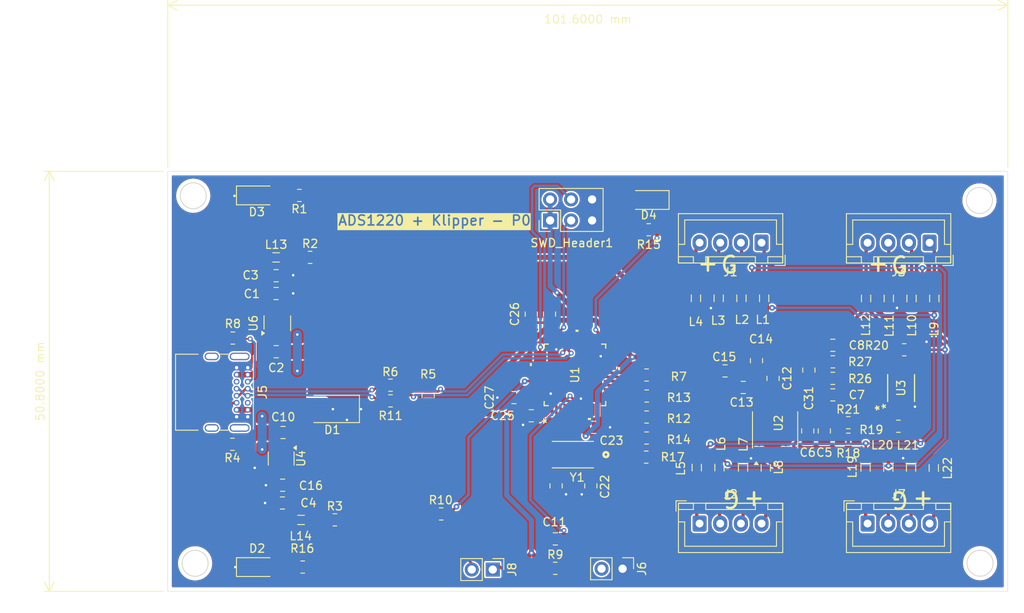
<source format=kicad_pcb>
(kicad_pcb (version 20240108) (generator "pcbnew") (generator_version "8.0")
  (layers (0 "F.Cu" signal) (31 "B.Cu" mixed) (34 "B.Paste" user) (35 "F.Paste" user) (36 "B.SilkS" user "B.Silkscreen") (37 "F.SilkS" user "F.Silkscreen") (38 "B.Mask" user) (39 "F.Mask" user) (44 "Edge.Cuts" user))
  (net 0 "")
  (net 1 "GND")
  (net 2 "/ADS1220 AD Converter/DRDY")
  (net 3 "/ADS1220 AD Converter/DOUT")
  (net 4 "/ADS1220 AD Converter/SCLK")
  (net 5 "NRESET")
  (net 6 "/ADS1220 AD Converter/DIN")
  (net 8 "Net-(U2-~{CS})")
  (net 9 "Net-(U2-~{DRDY})")
  (net 10 "Net-(U2-DOUT{slash}~{DRDY})")
  (net 11 "Net-(U2-SCLK)")
  (net 12 "Net-(U2-DIN)")
  (net 14 "Net-(D2-A)")
  (net 15 "Net-(J1-Pin_1)")
  (net 16 "Net-(J1-Pin_3)")
  (net 17 "Net-(J1-Pin_2)")
  (net 18 "Net-(J1-Pin_4)")
  (net 19 "Net-(J2-Pin_4)")
  (net 20 "Net-(J2-Pin_1)")
  (net 21 "Net-(J2-Pin_2)")
  (net 22 "Net-(J2-Pin_3)")
  (net 23 "Net-(J3-Pin_3)")
  (net 24 "Net-(J3-Pin_4)")
  (net 25 "Net-(J3-Pin_2)")
  (net 26 "Net-(J3-Pin_1)")
  (net 27 "/Amplifier/AIN1")
  (net 28 "/Amplifier/AIN0")
  (net 31 "+5V")
  (net 57 "Net-(U2-AIN1)")
  (net 58 "Net-(U2-AIN0{slash}REFP1)")
  (net 59 "Net-(U2-REFP0)")
  (net 60 "Net-(U2-REFN0)")
  (net 61 "Net-(J7-Pin_1)")
  (net 62 "Net-(J7-Pin_4)")
  (net 63 "Net-(J7-Pin_3)")
  (net 64 "Net-(J7-Pin_2)")
  (net 65 "Net-(D4-A)")
  (net 66 "Net-(U1-PB12)")
  (net 68 "+4V")
  (net 71 "Net-(U6-OUT)")
  (net 72 "Net-(U4-OUT)")
  (net 73 "+3.3V")
  (net 74 "Net-(D3-A)")
  (net 75 "Net-(L13-Pad2)")
  (net 76 "Net-(L14-Pad2)")
  (net 77 "SWDIO")
  (net 78 "SWCLK")
  (net 79 "/ADS1220 AD Converter/AIN0")
  (net 80 "/ADS1220 AD Converter/AIN1")
  (net 81 "PD1")
  (net 82 "BOOT0")
  (net 83 "Net-(J5-USBDM1)")
  (net 84 "Net-(J5-CC1)")
  (net 85 "Net-(J5-CC2)")
  (net 86 "/STM32F103C8Tx Microcontroller/USBD+")
  (net 87 "/STM32F103C8Tx Microcontroller/USBD-")
  (net 90 "Net-(J5-USBDP1)")
  (net 91 "PD0")
  (net 92 "Earth")
  (footprint "Capacitor_SMD:C_0805_2012Metric_Pad1.18x1.45mm_HandSolder" (layer "F.Cu") (at 80.8 98.4)
    (property "Reference" "C25")
    (property "Value" "0.1uF")
  )
  (footprint "Capacitor_SMD:C_0805_2012Metric_Pad1.18x1.45mm_HandSolder" (layer "F.Cu") (at 114.36875 92.875 90)
    (property "Reference" "C31")
    (property "Value" "0.1uF")
  )
  (footprint "Inductor_SMD:L_0805_2012Metric_Pad1.05x1.20mm_HandSolder" (layer "F.Cu") (at 121.23 104.71 -90)
    (property "Reference" "L19")
    (property "Value" "120Ω @ 100MHz / 3A")
  )
  (footprint "Capacitor_SMD:C_0805_2012Metric_Pad1.18x1.45mm_HandSolder" (layer "F.Cu") (at 49.935 83.615)
    (property "Reference" "C1")
    (property "Value" "10uF")
  )
  (footprint "Connector_JST:JST_XH_B4B-XH-A_1x04_P2.50mm_Vertical" (layer "F.Cu") (at 101.152 111.434)
    (property "Reference" "J2")
    (property "Value" "Conn_01x04")
  )
  (footprint "LED_SMD:LED_1206_3216Metric_Pad1.42x1.75mm_HandSolder" (layer "F.Cu") (at 47.6 71.75)
    (property "Reference" "D3")
    (property "Value" "LED")
  )
  (footprint "Resistor_SMD:R_0805_2012Metric_Pad1.20x1.40mm_HandSolder" (layer "F.Cu") (at 69.9 110.275 180)
    (property "Reference" "R10")
    (property "Value" "10k")
  )
  (footprint "STM32F103C8T6TR:LQFP48_STM" (layer "F.Cu") (at 86.08 93.454 90)
    (property "Reference" "U1")
    (property "Value" "STM32F103C8Tx")
  )
  (footprint "Capacitor_SMD:C_0805_2012Metric_Pad1.18x1.45mm_HandSolder" (layer "F.Cu") (at 50.725 106.8 180)
    (property "Reference" "C16")
    (property "Value" "10uF")
  )
  (footprint "Inductor_SMD:L_0805_2012Metric_Pad1.05x1.20mm_HandSolder" (layer "F.Cu") (at 124.04 84.208 90)
    (property "Reference" "L11")
    (property "Value" "120Ω @ 100MHz / 3A")
  )
  (footprint "Package_SO:TSSOP-16_4.4x5mm_P0.65mm" (layer "F.Cu") (at 110.2875 100.1125 90)
    (property "Reference" "U2")
    (property "Value" "ADS1220xPW")
  )
  (footprint "Capacitor_SMD:C_0805_2012Metric_Pad1.18x1.45mm_HandSolder" (layer "F.Cu") (at 80.8 86.1 -90)
    (property "Reference" "C26")
    (property "Value" "4.7uF")
  )
  (footprint "Package_TO_SOT_SMD:SOT-23-5" (layer "F.Cu") (at 50.548 103.571 -90)
    (property "Reference" "U4")
    (property "Value" "NCP1117-3.3_SOT223")
  )
  (footprint "Resistor_SMD:R_0805_2012Metric_Pad1.20x1.40mm_HandSolder" (layer "F.Cu") (at 44.7 89)
    (property "Reference" "R8")
    (property "Value" "5.1k")
  )
  (footprint "Resistor_SMD:R_0805_2012Metric_Pad1.20x1.40mm_HandSolder" (layer "F.Cu") (at 94.758 96.012)
    (property "Reference" "R13")
    (property "Value" "47R")
  )
  (footprint "Resistor_SMD:R_0805_2012Metric_Pad1.20x1.40mm_HandSolder" (layer "F.Cu") (at 95 75.9)
    (property "Reference" "R15")
    (property "Value" "620R")
  )
  (footprint "Resistor_SMD:R_0805_2012Metric_Pad1.20x1.40mm_HandSolder" (layer "F.Cu") (at 125.899001 90.41835)
    (property "Reference" "R20")
    (property "Value" "0R" (hide yes))
  )
  (footprint "Resistor_SMD:R_0805_2012Metric_Pad1.20x1.40mm_HandSolder" (layer "F.Cu") (at 54.05 79.24)
    (property "Reference" "R2")
    (property "Value" "0R")
  )
  (footprint "Resistor_SMD:R_0805_2012Metric_Pad1.20x1.40mm_HandSolder" (layer "F.Cu") (at 63.775 96.6 180)
    (property "Reference" "R11")
    (property "Value" "20k")
  )
  (footprint "Resistor_SMD:R_0805_2012Metric_Pad1.20x1.40mm_HandSolder" (layer "F.Cu") (at 125.199001 99.66835)
    (property "Reference" "R19")
    (property "Value" "0R")
  )
  (footprint "Capacitor_SMD:C_0805_2012Metric_Pad1.18x1.45mm_HandSolder" (layer "F.Cu") (at 88 106.875 90)
    (property "Reference" "C22")
    (property "Value" "30pF")
  )
  (footprint "Diode_SMD:D_SMA" (layer "F.Cu") (at 56.5 97.575 180)
    (property "Reference" "D1")
    (property "Value" "SMAJ5.0A")
  )
  (footprint "Capacitor_SMD:C_0805_2012Metric_Pad1.18x1.45mm_HandSolder" (layer "F.Cu") (at 50.775 100.425 180)
    (property "Reference" "C10")
    (property "Value" "10uF")
  )
  (footprint "Connector_JST:JST_XH_B4B-XH-A_1x04_P2.50mm_Vertical" (layer "F.Cu") (at 128.972 77.47 180)
    (property "Reference" "J3")
    (property "Value" "Conn_01x04")
  )
  (footprint "Capacitor_SMD:C_0805_2012Metric_Pad1.18x1.45mm_HandSolder" (layer "F.Cu") (at 110.0375 93.875 -90)
    (property "Reference" "C12")
    (property "Value" "10uF")
  )
  (footprint "Resistor_SMD:R_0805_2012Metric_Pad1.20x1.40mm_HandSolder" (layer "F.Cu") (at 63.775 94.7 180)
    (property "Reference" "R6")
    (property "Value" "20k")
  )
  (footprint "Connector_PinHeader_2.54mm:PinHeader_2x03_P2.54mm_Vertical" (layer "F.Cu") (at 83.075 74.775 90)
    (property "Reference" "SWD_Header1")
    (property "Value" "Conn_02x03_Counter_Clockwise")
  )
  (footprint "Connector_PinHeader_2.54mm:PinHeader_1x02_P2.54mm_Vertical" (layer "F.Cu") (at 91.84 116.9 -90)
    (property "Reference" "J6")
    (property "Value" "Conn_01x02")
  )
  (footprint "Inductor_SMD:L_0805_2012Metric_Pad1.05x1.20mm_HandSolder" (layer "F.Cu") (at 100.81 104.664 -90)
    (property "Reference" "L5")
    (property "Value" "120Ω @ 100MHz / 3A")
  )
  (footprint "Connector_PinHeader_2.54mm:PinHeader_1x02_P2.54mm_Vertical" (layer "F.Cu") (at 76.14 117 -90)
    (property "Reference" "J8")
    (property "Value" "Conn_01x02")
  )
  (footprint "Inductor_SMD:L_0805_2012Metric_Pad1.05x1.20mm_HandSolder" (layer "F.Cu") (at 52.95 111)
    (property "Reference" "L14")
    (property "Value" "120Ω @ 100MHz / 3A")
  )
  (footprint "Resistor_SMD:R_0805_2012Metric_Pad1.20x1.40mm_HandSolder" (layer "F.Cu") (at 57.04 110.99)
    (property "Reference" "R3")
    (property "Value" "0R")
  )
  (footprint "Resistor_SMD:R_0805_2012Metric_Pad1.20x1.40mm_HandSolder" (layer "F.Cu") (at 94.7 103.4)
    (property "Reference" "R17")
    (property "Value" "47R")
  )
  (footprint "Inductor_SMD:L_0805_2012Metric_Pad1.05x1.20mm_HandSolder" (layer "F.Cu") (at 126.79 84.208 90)
    (property "Reference" "L10")
    (property "Value" "120Ω @ 100MHz / 3A")
  )
  (footprint "Package_TO_SOT_SMD:SOT-23-5_HandSoldering" (layer "F.Cu") (at 50.085 87.215 90)
    (property "Reference" "U6")
    (property "Value" "TLV702475_SOT23-5")
  )
  (footprint "Inductor_SMD:L_0805_2012Metric_Pad1.05x1.20mm_HandSolder" (layer "F.Cu") (at 103.466 84.194 90)
    (property "Reference" "L3")
    (property "Value" "120Ω @ 100MHz / 3A")
  )
  (footprint "Resistor_SMD:R_0805_2012Metric_Pad1.20x1.40mm_HandSolder" (layer "F.Cu") (at 94.742 98.552)
    (property "Reference" "R12")
    (property "Value" "47R")
  )
  (footprint "Inductor_SMD:L_0805_2012Metric_Pad1.05x1.20mm_HandSolder" (layer "F.Cu") (at 100.716 84.194 90)
    (property "Reference" "L4")
    (property "Value" "120Ω @ 100MHz / 3A")
  )
  (footprint "Capacitor_SMD:C_0805_2012Metric_Pad1.18x1.45mm_HandSolder" (layer "F.Cu") (at 106.4375 94.975 180)
    (property "Reference" "C13")
    (property "Value" "10uF")
  )
  (footprint "Connector_JST:JST_XH_B4B-XH-A_1x04_P2.50mm_Vertical" (layer "F.Cu") (at 108.652 77.466 180)
    (property "Reference" "J1")
    (property "Value" "Conn_01x04")
  )
  (footprint "Capacitor_SMD:C_0805_2012Metric_Pad1.18x1.45mm_HandSolder" (layer "F.Cu") (at 83.8 106.875 -90)
    (property "Reference" "C21" (hide yes))
    (property "Value" "30pF")
  )
  (footprint "Inductor_SMD:L_0805_2012Metric_Pad1.05x1.20mm_HandSolder" (layer "F.Cu") (at 106.41 104.696 -90)
    (property "Reference" "L7")
    (property "Value" "120Ω @ 100MHz / 3A")
  )
  (footprint "Capacitor_SMD:C_0805_2012Metric_Pad1.18x1.45mm_HandSolder" (layer "F.Cu") (at 88.35 99.8 180)
    (property "Reference" "C23")
    (property "Value" "0.1uF")
  )
  (footprint "Inductor_SMD:L_0805_2012Metric_Pad1.05x1.20mm_HandSolder" (layer "F.Cu") (at 121.29 84.208 90)
    (property "Reference" "L12")
    (property "Value" "120Ω @ 100MHz / 3A")
  )
  (footprint "Resistor_SMD:R_0805_2012Metric_Pad1.20x1.40mm_HandSolder" (layer "F.Cu") (at 119.1375 101.2375)
    (property "Reference" "R18")
    (property "Value" "100R")
  )
  (footprint "Capacitor_SMD:C_0805_2012Metric_Pad1.18x1.45mm_HandSolder" (layer "F.Cu") (at 104.2375 92.975 180)
    (property "Reference" "C15")
    (property "Value" "0.1uF")
  )
  (footprint "Capacitor_SMD:C_0805_2012Metric_Pad1.18x1.45mm_HandSolder" (layer "F.Cu") (at 117.26875 95.875 180)
    (property "Reference" "C7")
    (property "Value" "0.1uF")
  )
  (footprint "Library:XTAL_ECS-80-18-30-JGN-TR" (layer "F.Cu") (at 85.825 103.1 180)
    (property "Reference" "Y1")
    (property "Value" "8Mhz")
  )
  (footprint "Inductor_SMD:L_0805_2012Metric_Pad1.05x1.20mm_HandSolder" (layer "F.Cu") (at 108.966 84.194 90)
    (property "Reference" "L1")
    (property "Value" "120Ω @ 100MHz / 3A")
  )
  (footprint "Inductor_SMD:L_0805_2012Metric_Pad1.05x1.20mm_HandSolder" (layer "F.Cu") (at 129.48 104.71 -90)
    (property "Reference" "L22")
    (property "Value" "120Ω @ 100MHz / 3A")
  )
  (footprint "LED_SMD:LED_1206_3216Metric_Pad1.42x1.75mm_HandSolder" (layer "F.Cu") (at 95 72.3 180)
    (property "Reference" "D4")
    (property "Value" "LED")
  )
  (footprint "Capacitor_SMD:C_0805_2012Metric_Pad1.18x1.45mm_HandSolder" (layer "F.Cu") (at 114.2375 100.2375 90)
    (property "Reference" "C6")
    (property "Value" "10uF")
  )
  (footprint "Resistor_SMD:R_0805_2012Metric_Pad1.20x1.40mm_HandSolder" (layer "F.Cu") (at 117.26875 91.875)
    (property "Reference" "R27")
    (property "Value" "100R")
  )
  (footprint "Inductor_SMD:L_0805_2012Metric_Pad1.05x1.20mm_HandSolder" (layer "F.Cu") (at 106.216 84.194 90)
    (property "Reference" "L2")
    (property "Value" "120Ω @ 100MHz / 3A")
  )
  (footprint "Capacitor_SMD:C_0805_2012Metric_Pad1.18x1.45mm_HandSolder" (layer "F.Cu") (at 116.2375 100.2375 90)
    (property "Reference" "C5")
    (property "Value" "10uF")
  )
  (footprint "Inductor_SMD:L_0805_2012Metric_Pad1.05x1.20mm_HandSolder" (layer "F.Cu") (at 126.73 104.71 -90)
    (property "Reference" "L21")
    (property "Value" "120Ω @ 100MHz / 3A")
  )
  (footprint "MCP6V92-E-MS:MSOP8_MS_MCH" (layer "F.Cu") (at 125.525001 95.04735 90)
    (property "Reference" "U3")
    (property "Value" "MCP6V92-E/MS")
  )
  (footprint "Connector_JST:JST_XH_B4B-XH-A_1x04_P2.50mm_Vertical" (layer "F.Cu") (at 121.472 111.434)
    (property "Reference" "J7")
    (property "Value" "Conn_01x04")
  )
  (footprint "Inductor_SMD:L_0805_2012Metric_Pad1.05x1.20mm_HandSolder" (layer "F.Cu") (at 109.16 104.696 -90)
    (property "Reference" "L8")
    (property "Value" "120Ω @ 100MHz / 3A")
  )
  (footprint "Capacitor_SMD:C_0805_2012Metric_Pad1.18x1.45mm_HandSolder" (layer "F.Cu") (at 49.95 90.65)
    (property "Reference" "C2")
    (property "Value" "10uF")
  )
  (footprint "Capacitor_SMD:C_0805_2012Metric_Pad1.18x1.45mm_HandSolder" (layer "F.Cu") (at 83 86.1 -90)
    (property "Reference" "C24" (hide yes))
    (property "Value" "0.1uF")
  )
  (footprint "Resistor_SMD:R_0805_2012Metric_Pad1.20x1.40mm_HandSolder" (layer "F.Cu") (at 68.325 96 90)
    (property "Reference" "R5")
    (property "Value" "1.5k")
  )
  (footprint "Inductor_SMD:L_0805_2012Metric_Pad1.05x1.20mm_HandSolder" (layer "F.Cu") (at 103.56 104.664 -90)
    (property "Reference" "L6")
    (property "Value" "120Ω @ 100MHz / 3A")
  )
  (footprint "Capacitor_SMD:C_0805_2012Metric_Pad1.18x1.45mm_HandSolder" (layer "F.Cu") (at 117.26875 89.875)
    (property "Reference" "C8")
    (property "Value" "0.1uF")
  )
  (footprint "Resistor_SMD:R_0805_2012Metric_Pad1.20x1.40mm_HandSolder" (layer "F.Cu") (at 94.742 101.092)
    (property "Reference" "R14")
    (property "Value" "47R")
  )
  (footprint "Capacitor_SMD:C_0805_2012Metric_Pad1.18x1.45mm_HandSolder" (layer "F.Cu") (at 83.7055 113.294 180)
    (property "Reference" "C11")
    (property "Value" "0.1uF")
  )
  (footprint "Resistor_SMD:R_0805_2012Metric_Pad1.20x1.40mm_HandSolder" (layer "F.Cu") (at 119.1375 99.2375)
    (property "Reference" "R21")
    (property "Value" "100R")
  )
  (footprint "Connector_USB:USB_C_Receptacle_GCT_USB4085" (layer "F.Cu") (at 46.504 92.575 -90)
    (property "Reference" "J5")
    (property "Value" "USB_C_Receptacle_USB2.0_14P")
  )
  (footprint "Resistor_SMD:R_0805_2012Metric_Pad1.20x1.40mm_HandSolder" (layer "F.Cu") (at 117.26875 93.875)
    (property "Reference" "R26")
    (property "Value" "100R")
  )
  (footprint "LED_SMD:LED_1206_3216Metric_Pad1.42x1.75mm_HandSolder" (layer "F.Cu") (at 47.6 116.7)
    (property "Reference" "D2")
    (property "Value" "LED")
  )
  (footprint "Inductor_SMD:L_0805_2012Metric_Pad1.05x1.20mm_HandSolder" (layer "F.Cu") (at 49.935 79.248)
    (property "Reference" "L13")
    (property "Value" "120Ω @ 100MHz / 3A")
  )
  (footprint "Resistor_SMD:R_0805_2012Metric_Pad1.20x1.40mm_HandSolder" (layer "F.Cu") (at 44.65 101.85 180)
    (property "Reference" "R4")
    (property "Value" "5.1k")
  )
  (footprint "Resistor_SMD:R_0805_2012Metric_Pad1.20x1.40mm_HandSolder" (layer "F.Cu") (at 53.15 116.7 180)
    (property "Reference" "R16")
    (property "Value" "620R")
  )
  (footprint "Inductor_SMD:L_0805_2012Metric_Pad1.05x1.20mm_HandSolder" (layer "F.Cu") (at 129.54 84.208 90)
    (property "Reference" "L9")
    (property "Value" "120Ω @ 100MHz / 3A")
  )
  (footprint "Inductor_SMD:L_0805_2012Metric_Pad1.05x1.20mm_HandSolder" (layer "F.Cu") (at 123.98 104.71 -90)
    (property "Reference" "L20")
    (property "Value" "120Ω @ 100MHz / 3A")
  )
  (footprint "Resistor_SMD:R_0805_2012Metric_Pad1.20x1.40mm_HandSolder" (layer "F.Cu") (at 94.742 93.472)
    (property "Reference" "R7")
    (property "Value" "47R")
  )
  (footprint "Resistor_SMD:R_0805_2012Metric_Pad1.20x1.40mm_HandSolder" (layer "F.Cu") (at 83.7 116.85)
    (property "Reference" "R9")
    (property "Value" "10k")
  )
  (footprint "Capacitor_SMD:C_0805_2012Metric_Pad1.18x1.45mm_HandSolder" (layer "F.Cu") (at 50.7 108.95 180)
    (property "Reference" "C4")
    (property "Value" "10uF")
  )
  (footprint "Capacitor_SMD:C_0805_2012Metric_Pad1.18x1.45mm_HandSolder" (layer "F.Cu") (at 78.7 96.2)
    (property "Reference" "C27")
    (property "Value" "0.1uF")
  )
  (footprint "Capacitor_SMD:C_0805_2012Metric_Pad1.18x1.45mm_HandSolder" (layer "F.Cu") (at 108.0375 91.7375 -90)
    (property "Reference" "C14")
    (property "Value" "0.1uF")
  )
  (footprint "Capacitor_SMD:C_0805_2012Metric_Pad1.18x1.45mm_HandSolder" (layer "F.Cu") (at 49.94 81.46)
    (property "Reference" "C3")
    (property "Value" "10uF")
  )
  (footprint "Resistor_SMD:R_0805_2012Metric_Pad1.20x1.40mm_HandSolder" (layer "F.Cu") (at 52.75 71.75 180)
    (property "Reference" "R1")
    (property "Value" "1K")
  )
  (gr_line (start 36.83 119.634) (end 36.83 68.834) (stroke (width 0.05)) (layer "Edge.Cuts"))
  (gr_circle (center 39.912766 71.786766) (end 41.487566 71.786766) (stroke (width 0.1)) (fill none) (layer "Edge.Cuts"))
  (gr_circle (center 134.999435 72.359365) (end 136.574235 72.359365) (stroke (width 0.1)) (fill none) (layer "Edge.Cuts"))
  (gr_line (start 36.83 68.834) (end 138.43 68.834) (stroke (width 0.05)) (layer "Edge.Cuts"))
  (gr_line (start 138.43 68.834) (end 138.43 119.634) (stroke (width 0.05)) (layer "Edge.Cuts"))
  (gr_line (start 138.43 119.634) (end 36.83 119.634) (stroke (width 0.05)) (layer "Edge.Cuts"))
  (gr_circle (center 135.08 116.230686) (end 136.6548 116.230686) (stroke (width 0.1)) (fill none) (layer "Edge.Cuts"))
  (gr_circle (center 40.138481 116.245919) (end 41.713281 116.245919) (stroke (width 0.1)) (fill none) (layer "Edge.Cuts"))
  (gr_text "G" (at 106.2 107.3 180) (layer "F.SilkS") (effects (font (size 2 2) (thickness 0.3) (bold yes)) (justify left bottom)))
  (gr_text "G" (at 124.15 81.4 0) (layer "F.SilkS") (effects (font (size 2 2) (thickness 0.3) (bold yes)) (justify left bottom)))
  (gr_text "G" (at 126.575 107.4 180) (layer "F.SilkS") (effects (font (size 2 2) (thickness 0.3) (bold yes)) (justify left bottom)))
  (gr_text "+" (at 121.325 81.125 0) (layer "F.SilkS") (effects (font (size 2 2) (thickness 0.3) (bold yes)) (justify left bottom)))
  (gr_text "G" (at 103.55 81.325 0) (layer "F.SilkS") (effects (font (size 2 2) (thickness 0.3) (bold yes)) (justify left bottom)))
  (gr_text "+" (at 109.175 107.4 180) (layer "F.SilkS") (effects (font (size 2 2) (thickness 0.3) (bold yes)) (justify left bottom)))
  (gr_text "+" (at 129.625 107.4 180) (layer "F.SilkS") (effects (font (size 2 2) (thickness 0.3) (bold yes)) (justify left bottom)))
  (gr_text "ADS1220 + Klipper - P0" (at 69.1 74.775 0) (layer "F.SilkS" knockout) (effects (font (size 1.2 1.2) (thickness 0.2) (bold yes))))
  (gr_text "*" (at 123.75 97.25 90) (layer "F.SilkS") (effects (font (size 1 1))))
  (gr_text "+" (at 100.725 81.1 0) (layer "F.SilkS") (effects (font (size 2 2) (thickness 0.3) (bold yes)) (justify left bottom)))
  (dimension (type aligned) (layer "F.SilkS") (pts (xy 36.83 68.834) (xy 36.83 119.634)) (height 14.33) (gr_text "50.8000 mm" (at 21.4 94.234 90) (layer "F.SilkS") (effects (font (size 1 1) (thickness 0.1)))) (format (prefix "") (suffix "") (units 3) (units_format 1) (precision 4)) (style (thickness 0.1) (arrow_length 1.27) (text_position_mode 0) (extension_height 0.58642) (extension_offset 0.5) keep_text_aligned))
  (dimension (type aligned) (layer "F.SilkS") (pts (xy 36.83 68.834) (xy 138.43 68.834)) (height -20.084) (gr_text "101.6000 mm" (at 87.63 50.45 0) (layer "F.SilkS") (effects (font (size 1 1) (thickness 0.1)))) (format (prefix "") (suffix "") (units 3) (units_format 1) (precision 4)) (style (thickness 0.1) (arrow_length 1.27) (text_position_mode 2) (extension_height 0.58642) (extension_offset 0.5) keep_text_aligned))
  (segment (start 80.8 85.0625) (end 83 85.0625) (width 0.3) (layer "F.Cu") (net 1))
  (segment (start 90.2425 91.204) (end 89.204 91.204) (width 0.3) (layer "F.Cu") (net 1))
  (segment (start 83.129 95.704) (end 81.9175 95.704) (width 0.3) (layer "F.Cu") (net 1))
  (segment (start 88 107.9125) (end 86.9125 107.9125) (width 0.6) (layer "F.Cu") (net 1))
  (segment (start 86.83 96.355) (end 86.83 97.6165) (width 0.3) (layer "F.Cu") (net 1))
  (segment (start 50.085 88.565) (end 50.085 89.7475) (width 0.6) (layer "F.Cu") (net 1))
  (segment (start 89.204 91.204) (end 89.2 91.2) (width 0.3) (layer "F.Cu") (net 1))
  (segment (start 50.085 88.565) (end 50.085 84.5025) (width 0.6) (layer "F.Cu") (net 1))
  (segment (start 50.548 102.4335) (end 50.548 105.9395) (width 0.6) (layer "F.Cu") (net 1))
  (segment (start 49.7375 100.425) (end 50.548 101.2355) (width 0.6) (layer "F.Cu") (net 1))
  (segment (start 50.085 84.5025) (end 50.9725 83.615) (width 0.6) (layer "F.Cu") (net 1))
  (segment (start 83.8 107.9125) (end 84.9875 107.9125) (width 0.6) (layer "F.Cu") (net 1))
  (segment (start 86.8 96.325) (end 86.83 96.355) (width 0.3) (layer "F.Cu") (net 1))
  (segment (start 50.548 101.2355) (end 50.548 102.4335) (width 0.6) (layer "F.Cu") (net 1))
  (segment (start 50.085 89.7475) (end 50.9875 90.65) (width 0.6) (layer "F.Cu") (net 1))
  (segment (start 86.9125 107.9125) (end 86.9 107.925) (width 0.6) (layer "F.Cu") (net 1))
  (segment (start 83.83 90.37) (end 83.825 90.375) (width 0.3) (layer "F.Cu") (net 1))
  (segment (start 50.548 105.9395) (end 49.6875 106.8) (width 0.6) (layer "F.Cu") (net 1))
  (segment (start 83.83 89.2915) (end 83.83 90.37) (width 0.3) (layer "F.Cu") (net 1))
  (segment (start 84.9875 107.9125) (end 85 107.925) (width 0.6) (layer "F.Cu") (net 1))
  (segment (start 83.15 95.725) (end 83.129 95.704) (width 0.3) (layer "F.Cu") (net 1))
  (via (at 47.35 104.7) (size 0.7) (drill 0.3) (layers "F.Cu" "B.Cu") (net 1))
  (via (at 83.825 90.375) (size 0.6) (drill 0.3) (layers "F.Cu" "B.Cu") (net 1))
  (via (at 45 116.7) (size 0.7) (drill 0.3) (layers "F.Cu" "B.Cu") (net 1))
  (via (at 79.8 99.5) (size 0.7) (drill 0.3) (layers "F.Cu" "B.Cu") (net 1))
  (via (at 83.15 95.725) (size 0.6) (drill 0.3) (layers "F.Cu" "B.Cu") (net 1))
  (via (at 52 81.4) (size 0.7) (drill 0.3) (layers "F.Cu" "B.Cu") (net 1))
  (via (at 48.7 106.8) (size 0.7) (drill 0.3) (layers "F.Cu" "B.Cu") (net 1))
  (via (at 60.2 97.6) (size 0.7) (drill 0.3) (layers "F.Cu" "B.Cu") (net 1))
  (via (at 127.2 97.3) (size 0.7) (drill 0.3) (layers "F.Cu" "B.Cu") (net 1))
  (via (at 86.8 96.325) (size 0.6) (drill 0.3) (layers "F.Cu" "B.Cu") (net 1))
  (via (at 86.9 107.9) (size 0.7) (drill 0.3) (layers "F.Cu" "B.Cu") (net 1))
  (via (at 48.6 108.95) (size 0.7) (drill 0.3) (layers "F.Cu" "B.Cu") (net 1))
  (via (at 102.525 85.375) (size 0.7) (drill 0.3) (layers "F.Cu" "B.Cu") (net 1))
  (via (at 76.7 96.2) (size 0.6) (drill 0.3) (layers "F.Cu" "B.Cu") (net 1))
  (via (at 44.9 71.8) (size 0.7) (drill 0.3) (layers "F.Cu" "B.Cu") (net 1))
  (via (at 125.025 85.35) (size 0.7) (drill 0.3) (layers "F.Cu" "B.Cu") (net 1))
  (via (at 107.375 103.55) (size 0.7) (drill 0.3) (layers "F.Cu" "B.Cu") (net 1))
  (via (at 128.6 89.45) (size 0.7) (drill 0.3) (layers "F.Cu" "B.Cu") (net 1))
  (via (at 90.325 99.8) (size 0.7) (drill 0.3) (layers "F.Cu" "B.Cu") (net 1))
  (via (at 85 107.9) (size 0.7) (drill 0.3) (layers "F.Cu" "B.Cu") (net 1))
  (via (at 58.5 98.9) (size 0.7) (drill 0.3) (layers "F.Cu" "B.Cu") (net 1))
  (via (at 56.8 97.6) (size 0.7) (drill 0.3) (layers "F.Cu" "B.Cu") (net 1))
  (via (at 52 83.6) (size 0.7) (drill 0.3) (layers "F.Cu" "B.Cu") (net 1))
  (via (at 89.2 91.2) (size 0.6) (drill 0.3) (layers "F.Cu" "B.Cu") (net 1))
  (via (at 125.775 103.525) (size 0.7) (drill 0.3) (layers "F.Cu" "B.Cu") (net 1))
  (segment (start 90.2425 93.704) (end 91.996 93.704) (width 0.3) (layer "F.Cu") (net 2))
  (segment (start 92.228 93.472) (end 93.742 93.472) (width 0.3) (layer "F.Cu") (net 2))
  (segment (start 91.996 93.704) (end 92.228 93.472) (width 0.3) (layer "F.Cu") (net 2))
  (segment (start 91.154 94.704) (end 92.202 95.752) (width 0.3) (layer "F.Cu") (net 3))
  (segment (start 92.202 97.657) (end 93.097 98.552) (width 0.3) (layer "F.Cu") (net 3))
  (segment (start 92.202 95.752) (end 92.202 97.657) (width 0.3) (layer "F.Cu") (net 3))
  (segment (start 90.2425 94.704) (end 91.154 94.704) (width 0.3) (layer "F.Cu") (net 3))
  (segment (start 93.097 98.552) (end 93.742 98.552) (width 0.3) (layer "F.Cu") (net 3))
  (segment (start 92.892 101.092) (end 93.742 101.092) (width 0.3) (layer "F.Cu") (net 4))
  (segment (start 91.4 99.6) (end 92.892 101.092) (width 0.3) (layer "F.Cu") (net 4))
  (segment (start 90.2425 95.204) (end 91.01241 95.204) (width 0.3) (layer "F.Cu") (net 4))
  (segment (start 91.4 95.59159) (end 91.4 99.6) (width 0.3) (layer "F.Cu") (net 4))
  (segment (start 91.01241 95.204) (end 91.4 95.59159) (width 0.3) (layer "F.Cu") (net 4))
  (segment (start 84.743 113.294) (end 84.743 116.807) (width 0.3) (layer "F.Cu") (net 5))
  (segment (start 84.743 116.807) (end 84.7 116.85) (width 0.3) (layer "F.Cu") (net 5))
  (segment (start 86.33 96.84659) (end 86.33 97.6165) (width 0.3) (layer "F.Cu") (net 5))
  (segment (start 84.7 116.85) (end 88.020301 116.85) (width 0.3) (layer "F.Cu") (net 5))
  (segment (start 84.75 112.275) (end 84.743 112.282) (width 0.3) (layer "F.Cu") (net 5))
  (segment (start 84.743 112.282) (end 84.743 113.294) (width 0.3) (layer "F.Cu") (net 5))
  (segment (start 88.020301 116.85) (end 88.075002 116.904701) (width 0.3) (layer "F.Cu") (net 5))
  (segment (start 85.48341 96) (end 86.33 96.84659) (width 0.3) (layer "F.Cu") (net 5))
  (via (at 85.48341 96) (size 0.6) (drill 0.3) (layers "F.Cu" "B.Cu") (net 5))
  (via (at 84.75 112.275) (size 0.6) (drill 0.3) (layers "F.Cu" "B.Cu") (net 5))
  (segment (start 80.7 100.8) (end 80.7 108.6) (width 0.3) (layer "B.Cu") (net 5))
  (segment (start 84.375 112.275) (end 84.75 112.275) (width 0.3) (layer "B.Cu") (net 5))
  (segment (start 85.48341 96) (end 85.48341 96.01659) (width 0.3) (layer "B.Cu") (net 5))
  (segment (start 85.48341 96.01659) (end 80.7 100.8) (width 0.3) (layer "B.Cu") (net 5))
  (segment (start 80.7 108.6) (end 84.375 112.275) (width 0.3) (layer "B.Cu") (net 5))
  (segment (start 93.312 96.012) (end 93.758 96.012) (width 0.3) (layer "F.Cu") (net 6))
  (segment (start 91.504 94.204) (end 93.312 96.012) (width 0.3) (layer "F.Cu") (net 6))
  (segment (start 90.2425 94.204) (end 91.504 94.204) (width 0.3) (layer "F.Cu") (net 6))
  (segment (start 102.314256 100.6) (end 100.614256 102.3) (width 0.3) (layer "F.Cu") (net 8))
  (segment (start 103.45 100.15) (end 103 100.6) (width 0.3) (layer "F.Cu") (net 8))
  (segment (start 100.614256 102.3) (end 96.8 102.3) (width 0.3) (layer "F.Cu") (net 8))
  (segment (start 103 100.6) (end 102.314256 100.6) (width 0.3) (layer "F.Cu") (net 8))
  (segment (start 96.8 102.3) (end 95.7 103.4) (width 0.3) (layer "F.Cu") (net 8))
  (segment (start 103.45 99.25) (end 103.45 100.15) (width 0.3) (layer "F.Cu") (net 8))
  (segment (start 102.1125 92.3125) (end 103.624999 92.3125) (width 0.3) (layer "F.Cu") (net 9))
  (segment (start 102.1 92.3) (end 102.1125 92.3125) (width 0.3) (layer "F.Cu") (net 9))
  (segment (start 104.1 92.787501) (end 104.1 93.525) (width 0.3) (layer "F.Cu") (net 9))
  (segment (start 102.1 92.3) (end 100.928 93.472) (width 0.3) (layer "F.Cu") (net 9))
  (segment (start 100.928 93.472) (end 95.742 93.472) (width 0.3) (layer "F.Cu") (net 9))
  (segment (start 103.624999 92.3125) (end 104.1 92.787501) (width 0.3) (layer "F.Cu") (net 9))
  (segment (start 103.45 94.262499) (end 103.45 93.525) (width 0.3) (layer "F.Cu") (net 10))
  (segment (start 102.312499 95.4) (end 103.45 94.262499) (width 0.3) (layer "F.Cu") (net 10))
  (segment (start 100.9 95.4) (end 102.312499 95.4) (width 0.3) (layer "F.Cu") (net 10))
  (segment (start 100.9 95.4) (end 97.748 98.552) (width 0.3) (layer "F.Cu") (net 10))
  (segment (start 97.748 98.552) (end 95.742 98.552) (width 0.3) (layer "F.Cu") (net 10))
  (segment (start 98.008 101.092) (end 99.1875 99.9125) (width 0.3) (layer "F.Cu") (net 11))
  (segment (start 95.742 101.092) (end 98.008 101.092) (width 0.3) (layer "F.Cu") (net 11))
  (segment (start 99.1875 99.9125) (end 102.1375 99.9125) (width 0.3) (layer "F.Cu") (net 11))
  (segment (start 102.1375 99.9125) (end 102.8 99.25) (width 0.3) (layer "F.Cu") (net 11))
  (segment (start 102.1375 94.1875) (end 102.8 93.525) (width 0.3) (layer "F.Cu") (net 12))
  (segment (start 97.288 96.012) (end 95.758 96.012) (width 0.3) (layer "F.Cu") (net 12))
  (segment (start 99.1125 94.1875) (end 102.1375 94.1875) (width 0.3) (layer "F.Cu") (net 12))
  (segment (start 99.1125 94.1875) (end 97.288 96.012) (width 0.3) (layer "F.Cu") (net 12))
  (segment (start 52.15 116.7) (end 49.0875 116.7) (width 0.4) (layer "F.Cu") (net 14))
  (segment (start 108.966 83.044) (end 108.966 77.962) (width 0.4) (layer "F.Cu") (net 15))
  (segment (start 103.466 83.044) (end 103.466 77.47) (width 0.4) (layer "F.Cu") (net 16))
  (segment (start 106.216 83.044) (end 106.216 77.712) (width 0.4) (layer "F.Cu") (net 17))
  (segment (start 100.716 83.044) (end 100.716 77.72) (width 0.4) (layer "F.Cu") (net 18))
  (segment (start 109.16 105.846) (end 109.16 110.926) (width 0.4) (layer "F.Cu") (net 19))
  (segment (start 100.81 105.814) (end 100.81 111.092) (width 0.4) (layer "F.Cu") (net 20))
  (segment (start 103.56 105.814) (end 103.56 111.342) (width 0.4) (layer "F.Cu") (net 21))
  (segment (start 106.41 105.846) (end 106.41 111.176) (width 0.4) (layer "F.Cu") (net 22))
  (segment (start 124.04 83.058) (end 124.04 77.474) (width 0.4) (layer "F.Cu") (net 23))
  (segment (start 121.29 83.058) (end 121.29 77.724) (width 0.4) (layer "F.Cu") (net 24))
  (segment (start 126.79 83.058) (end 126.79 77.716) (width 0.4) (layer "F.Cu") (net 25))
  (segment (start 129.54 83.058) (end 129.54 77.966) (width 0.4) (layer "F.Cu") (net 26))
  (segment (start 104.525 104.225) (end 103.814 103.514) (width 0.3) (layer "F.Cu") (net 27))
  (segment (start 124 103.58) (end 123.98 103.56) (width 0.3) (layer "F.Cu") (net 27))
  (segment (start 124 104.45) (end 124 103.58) (width 0.3) (layer "F.Cu") (net 27))
  (segment (start 128.1 84.048) (end 126.79 85.358) (width 0.3) (layer "F.Cu") (net 27))
  (segment (start 126.5 92.8947) (end 126.5 90.392002) (width 0.3) (layer "F.Cu") (net 27))
  (segment (start 130.825 90.4) (end 130.80665 90.41835) (width 0.3) (layer "F.Cu") (net 27))
  (segment (start 128.1 80.525) (end 128.1 84.048) (width 0.3) (layer "F.Cu") (net 27))
  (segment (start 107.475 80.475) (end 107.525 80.525) (width 0.3) (layer "F.Cu") (net 27))
  (segment (start 103.814 103.514) (end 103.56 103.514) (width 0.3) (layer "F.Cu") (net 27))
  (segment (start 107.525 84.035) (end 106.216 85.344) (width 0.3) (layer "F.Cu") (net 27))
  (segment (start 130.80665 90.41835) (end 126.899001 90.41835) (width 0.3) (layer "F.Cu") (net 27))
  (segment (start 107.525 80.525) (end 107.525 84.035) (width 0.3) (layer "F.Cu") (net 27))
  (via (at 124 104.45) (size 0.7) (drill 0.3) (layers "F.Cu" "B.Cu") (net 27))
  (via (at 104.525 104.225) (size 0.7) (drill 0.3) (layers "F.Cu" "B.Cu") (net 27))
  (via (at 130.825 90.4) (size 0.7) (drill 0.3) (layers "F.Cu" "B.Cu") (net 27))
  (via (at 128.1 80.525) (size 0.7) (drill 0.3) (layers "F.Cu" "B.Cu") (net 27))
  (via (at 107.475 80.475) (size 0.7) (drill 0.3) (layers "F.Cu" "B.Cu") (net 27))
  (segment (start 104.75 104.45) (end 124 104.45) (width 0.3) (layer "B.Cu") (net 27))
  (segment (start 104.525 104.225) (end 104.75 104.45) (width 0.3) (layer "B.Cu") (net 27))
  (segment (start 128.1 80.525) (end 107.525 80.525) (width 0.3) (layer "B.Cu") (net 27))
  (segment (start 130.25 80.525) (end 128.1 80.525) (width 0.3) (layer "B.Cu") (net 27))
  (segment (start 130.825 81.1) (end 130.25 80.525) (width 0.3) (layer "B.Cu") (net 27))
  (segment (start 127.55 104.45) (end 130.875 101.125) (width 0.3) (layer "B.Cu") (net 27))
  (segment (start 130.875 101.125) (end 130.875 90.45) (width 0.3) (layer "B.Cu") (net 27))
  (segment (start 107.525 80.525) (end 107.475 80.475) (width 0.3) (layer "B.Cu") (net 27))
  (segment (start 124 104.45) (end 127.55 104.45) (width 0.3) (layer "B.Cu") (net 27))
  (segment (start 130.875 90.45) (end 130.825 90.4) (width 0.3) (layer "B.Cu") (net 27))
  (segment (start 130.825 90.4) (end 130.825 81.1) (width 0.3) (layer "B.Cu") (net 27))
  (segment (start 129.54 86.225) (end 129.54 85.358) (width 0.3) (layer "F.Cu") (net 28))
  (segment (start 126.199001 100.074001) (end 126.199001 99.66835) (width 0.3) (layer "F.Cu") (net 28))
  (segment (start 127.875 101.75) (end 126.199001 100.074001) (width 0.3) (layer "F.Cu") (net 28))
  (segment (start 102.475 101.8) (end 100.81 103.465) (width 0.3) (layer "F.Cu") (net 28))
  (segment (start 125.850002 99.04) (end 125.850002 97.2) (width 0.3) (layer "F.Cu") (net 28))
  (segment (start 121.25 101.725) (end 121.25 103.54) (width 0.3) (layer "F.Cu") (net 28))
  (segment (start 100.81 103.465) (end 100.81 103.514) (width 0.3) (layer "F.Cu") (net 28))
  (segment (start 126.550002 99.74) (end 125.850002 99.04) (width 0.3) (layer "F.Cu") (net 28))
  (segment (start 109.925 85.344) (end 108.966 85.344) (width 0.3) (layer "F.Cu") (net 28))
  (via (at 129.54 86.225) (size 0.7) (drill 0.3) (layers "F.Cu" "B.Cu") (net 28))
  (via (at 127.875 101.75) (size 0.6) (drill 0.3) (layers "F.Cu" "B.Cu") (net 28))
  (via (at 102.475 101.8) (size 0.7) (drill 0.3) (layers "F.Cu" "B.Cu") (net 28))
  (via (at 121.25 101.725) (size 0.7) (drill 0.3) (layers "F.Cu" "B.Cu") (net 28))
  (via (at 109.925 85.344) (size 0.7) (drill 0.3) (layers "F.Cu" "B.Cu") (net 28))
  (segment (start 127.875 101.75) (end 121.275 101.75) (width 0.3) (layer "B.Cu") (net 28))
  (segment (start 121.25 101.725) (end 121.175 101.8) (width 0.3) (layer "B.Cu") (net 28))
  (segment (start 129.5 86.265) (end 129.5 100.125) (width 0.3) (layer "B.Cu") (net 28))
  (segment (start 129.54 86.225) (end 129.5 86.265) (width 0.3) (layer "B.Cu") (net 28))
  (segment (start 119.375 85.35) (end 109.931 85.35) (width 0.3) (layer "B.Cu") (net 28))
  (segment (start 129.54 86.225) (end 120.25 86.225) (width 0.3) (layer "B.Cu") (net 28))
  (segment (start 121.275 101.75) (end 121.25 101.725) (width 0.3) (layer "B.Cu") (net 28))
  (segment (start 129.5 100.125) (end 127.875 101.75) (width 0.3) (layer "B.Cu") (net 28))
  (segment (start 121.175 101.8) (end 102.475 101.8) (width 0.3) (layer "B.Cu") (net 28))
  (segment (start 109.931 85.35) (end 109.925 85.344) (width 0.3) (layer "B.Cu") (net 28))
  (segment (start 120.25 86.225) (end 119.375 85.35) (width 0.3) (layer "B.Cu") (net 28))
  (segment (start 46.504 97.675) (end 45.154 97.675) (width 0.7) (layer "F.Cu") (net 31))
  (segment (start 46.504 93.425) (end 45.154 93.425) (width 0.7) (layer "F.Cu") (net 31))
  (via (at 52.5 92.975) (size 0.7) (drill 0.3) (layers "F.Cu" "B.Cu") (net 31))
  (via (at 52.5 88.575) (size 0.7) (drill 0.3) (layers "F.Cu" "B.Cu") (net 31))
  (via (at 48.25 102.475) (size 0.7) (drill 0.3) (layers "F.Cu" "B.Cu") (net 31))
  (via (at 48.25 98.45) (size 0.7) (drill 0.3) (layers "F.Cu" "B.Cu") (net 31))
  (segment (start 48.25 98.45) (end 48.25 102.475) (width 1.1) (layer "B.Cu") (net 31))
  (segment (start 52.5 92.975) (end 52.5 88.575) (width 1.1) (layer "B.Cu") (net 31))
  (segment (start 114.36875 93.9125) (end 111.9125 96.36875) (width 0.4) (layer "F.Cu") (net 57))
  (segment (start 114.40625 93.875) (end 114.36875 93.9125) (width 0.4) (layer "F.Cu") (net 57))
  (segment (start 116.26875 93.875) (end 114.40625 93.875) (width 0.4) (layer "F.Cu") (net 57))
  (segment (start 111.9125 96.36875) (end 111.9125 97.25) (width 0.4) (layer "F.Cu") (net 57))
  (segment (start 116.26875 95.8375) (end 116.23125 95.875) (width 0.4) (layer "F.Cu") (net 57))
  (segment (start 116.26875 93.875) (end 116.26875 95.8375) (width 0.4) (layer "F.Cu") (net 57))
  (segment (start 116.23125 89.875) (end 116.23125 91.8375) (width 0.4) (layer "F.Cu") (net 58))
  (segment (start 111.2625 94.94375) (end 111.2625 97.25) (width 0.4) (layer "F.Cu") (net 58))
  (segment (start 114.40625 91.875) (end 114.36875 91.8375) (width 0.4) (layer "F.Cu") (net 58))
  (segment (start 116.23125 91.8375) (end 116.26875 91.875) (width 0.4) (layer "F.Cu") (net 58))
  (segment (start 116.26875 91.875) (end 114.40625 91.875) (width 0.4) (layer "F.Cu") (net 58))
  (segment (start 114.36875 91.8375) (end 111.2625 94.94375) (width 0.4) (layer "F.Cu") (net 58))
  (segment (start 112.5625 98.6) (end 113.1625 99.2) (width 0.4) (layer "F.Cu") (net 59))
  (segment (start 114.2375 99.2) (end 116.2375 99.2) (width 0.4) (layer "F.Cu") (net 59))
  (segment (start 113.1625 99.2) (end 114.2375 99.2) (width 0.4) (layer "F.Cu") (net 59))
  (segment (start 118.1 99.2) (end 118.1375 99.2375) (width 0.4) (layer "F.Cu") (net 59))
  (segment (start 112.5625 97.25) (end 112.5625 98.6) (width 0.4) (layer "F.Cu") (net 59))
  (segment (start 116.2375 99.2) (end 118.1 99.2) (width 0.4) (layer "F.Cu") (net 59))
  (segment (start 118.1 101.275) (end 118.1375 101.2375) (width 0.4) (layer "F.Cu") (net 60))
  (segment (start 112.5625 102.975) (end 112.5625 101.85) (width 0.4) (layer "F.Cu") (net 60))
  (segment (start 112.5625 101.85) (end 113.1375 101.275) (width 0.4) (layer "F.Cu") (net 60))
  (segment (start 113.1375 101.275) (end 114.2375 101.275) (width 0.4) (layer "F.Cu") (net 60))
  (segment (start 116.2375 101.275) (end 118.1 101.275) (width 0.4) (layer "F.Cu") (net 60))
  (segment (start 114.2375 101.275) (end 116.2375 101.275) (width 0.4) (layer "F.Cu") (net 60))
  (segment (start 121.23 105.86) (end 121.23 111.192) (width 0.4) (layer "F.Cu") (net 61))
  (segment (start 129.48 105.86) (end 129.48 110.926) (width 0.4) (layer "F.Cu") (net 62))
  (segment (start 126.73 105.86) (end 126.73 111.176) (width 0.4) (layer "F.Cu") (net 63))
  (segment (start 123.98 105.86) (end 123.98 111.426) (width 0.4) (layer "F.Cu") (net 64))
  (segment (start 94 72.7875) (end 93.5125 72.3) (width 0.3) (layer "F.Cu") (net 65))
  (segment (start 94 75.9) (end 94 72.7875) (width 0.3) (layer "F.Cu") (net 65))
  (segment (start 88.83 88.23) (end 88.6 88) (width 0.3) (layer "F.Cu") (net 66))
  (segment (start 88.83 89.2376) (end 88.83 88.23) (width 0.3) (layer "F.Cu") (net 66))
  (segment (start 96 76.9) (end 96 75.9) (width 0.3) (layer "F.Cu") (net 66))
  (via (at 88.6 88) (size 0.6) (drill 0.3) (layers "F.Cu" "B.Cu") (net 66))
  (via (at 96 76.9) (size 0.6) (drill 0.3) (layers "F.Cu" "B.Cu") (net 66))
  (segment (start 88.6 88) (end 88.6 84.3) (width 0.3) (layer "B.Cu") (net 66))
  (segment (start 88.6 84.3) (end 96 76.9) (width 0.3) (layer "B.Cu") (net 66))
  (segment (start 89.54 79.24) (end 55.05 79.24) (width 0.6) (layer "F.Cu") (net 68))
  (segment (start 116.5 87.325) (end 116.5 89.675) (width 0.6) (layer "F.Cu") (net 68))
  (segment (start 128.175 105.55) (end 128.175 109.7) (width 0.4) (layer "F.Cu") (net 68))
  (segment (start 97.425 87.125) (end 89.54 79.24) (width 0.6) (layer "F.Cu") (net 68))
  (segment (start 127.075 113.025) (end 118.639 113.025) (width 0.4) (layer "F.Cu") (net 68))
  (segment (start 124.5 88.5) (end 130.1 88.5) (width 0.4) (layer "F.Cu") (net 68))
  (segment (start 108.0375 92.9125) (end 110.0375 94.9125) (width 0.4) (layer "F.Cu") (net 68))
  (segment (start 121.29 85.358) (end 121.358 85.358) (width 0.4) (layer "F.Cu") (net 68))
  (segment (start 108.075 88.1) (end 107.1 87.125) (width 0.6) (layer "F.Cu") (net 68))
  (segment (start 110.6125 95.4875) (end 110.6125 97.25) (width 0.4) (layer "F.Cu") (net 68))
  (segment (start 127.725 112.375) (end 127.075 113.025) (width 0.4) (layer "F.Cu") (net 68))
  (segment (start 107.1 87.125) (end 98.125 87.125) (width 0.6) (layer "F.Cu") (net 68))
  (segment (start 124.550002 92.150002) (end 124.550002 92.8947) (width 0.4) (layer "F.Cu") (net 68))
  (segment (start 116.5 87.325) (end 116.3 87.125) (width 0.6) (layer "F.Cu") (net 68))
  (segment (start 116.5 89.675) (end 116.5 90.4) (width 0.4) (layer "F.Cu") (net 68))
  (segment (start 130.1 88.5) (end 132 90.4) (width 0.4) (layer "F.Cu") (net 68))
  (segment (start 123.5 91.1) (end 124.550002 92.150002) (width 0.4) (layer "F.Cu") (net 68))
  (segment (start 121.29 85.36) (end 121.29 85.358) (width 0.4) (layer "F.Cu") (net 68))
  (segment (start 128.175 109.7) (end 127.725 110.15) (width 0.4) (layer "F.Cu") (net 68))
  (segment (start 129.48 104.245) (end 128.175 105.55) (width 0.4) (layer "F.Cu") (net 68))
  (segment (start 119.6 87.05) (end 121.29 85.36) (width 0.4) (layer "F.Cu") (net 68))
  (segment (start 108.075 89.35) (end 108.075 88.1) (width 0.6) (layer "F.Cu") (net 68))
  (segment (start 53.75 71.75) (end 55.04 73.04) (width 0.4) (layer "F.Cu") (net 68))
  (segment (start 117.2 91.1) (end 123.5 91.1) (width 0.4) (layer "F.Cu") (net 68))
  (segment (start 116.775 87.05) (end 119.6 87.05) (width 0.4) (layer "F.Cu") (net 68))
  (segment (start 132 101.04) (end 129.48 103.56) (width 0.4) (layer "F.Cu") (net 68))
  (segment (start 116.3 87.125) (end 107.1 87.125) (width 0.6) (layer "F.Cu") (net 68))
  (segment (start 116.5 89.675) (end 116.475 89.675) (width 0.25) (layer "F.Cu") (net 68))
  (segment (start 98.935 87.125) (end 100.716 85.344) (width 0.4) (layer "F.Cu") (net 68))
  (segment (start 132 90.4) (end 132 101.04) (width 0.4) (layer "F.Cu") (net 68))
  (segment (start 127.725 110.15) (end 127.725 112.375) (width 0.4) (layer "F.Cu") (net 68))
  (segment (start 103.466 85.344) (end 103.456 85.344) (width 0.4) (layer "F.Cu") (net 68))
  (segment (start 108.0375 92.775) (end 108.0375 92.9125) (width 0.4) (layer "F.Cu") (net 68))
  (segment (start 116.5 90.4) (end 117.2 91.1) (width 0.4) (layer "F.Cu") (net 68))
  (segment (start 98.125 87.125) (end 98.935 87.125) (width 0.4) (layer "F.Cu") (net 68))
  (segment (start 55.04 79.23) (end 55.05 79.24) (width 0.4) (layer "F.Cu") (net 68))
  (segment (start 110.0375 94.9125) (end 110.6125 95.4875) (width 0.4) (layer "F.Cu") (net 68))
  (segment (start 121.358 85.358) (end 124.5 88.5) (width 0.4) (layer "F.Cu") (net 68))
  (segment (start 116.5 87.325) (end 116.775 87.05) (width 0.4) (layer "F.Cu") (net 68))
  (segment (start 55.04 73.04) (end 55.04 79.23) (width 0.4) (layer "F.Cu") (net 68))
  (segment (start 98.125 87.125) (end 97.425 87.125) (width 0.6) (layer "F.Cu") (net 68))
  (segment (start 118.639 113.025) (end 109.16 103.546) (width 0.4) (layer "F.Cu") (net 68))
  (segment (start 129.48 103.56) (end 129.48 104.245) (width 0.4) (layer "F.Cu") (net 68))
  (segment (start 77.296138 116.950001) (end 76.809716 116.463579) (width 0.3) (layer "F.Cu") (net 73))
  (segment (start 67.5 102.9) (end 67.475 102.875) (width 0.4) (layer "F.Cu") (net 73))
  (segment (start 67.475 102.875) (end 83.3 87.05) (width 0.6) (layer "F.Cu") (net 73))
  (segment (start 87.3125 99.8) (end 87.3125 97.634) (width 0.3) (layer "F.Cu") (net 73))
  (segment (start 90.8875 89.075) (end 90.8875 89.175) (width 0.6) (layer "F.Cu") (net 73))
  (segment (start 78.874998 116.950001) (end 77.296138 116.950001) (width 0.3) (layer "F.Cu") (net 73))
  (segment (start 68.325 102.025) (end 68.325 97) (width 0.6) (layer "F.Cu") (net 73))
  (segment (start 90.825 89.075) (end 90.8875 89.075) (width 0.6) (layer "F.Cu") (net 73))
  (segment (start 83.9 83.5) (end 87.2 86.8) (width 0.6) (layer "F.Cu") (net 73))
  (segment (start 80.95 115.1) (end 82.7 116.85) (width 0.6) (layer "F.Cu") (net 73))
  (segment (start 100.125 91.3) (end 102.075 89.35) (width 0.6) (layer "F.Cu") (net 73))
  (segment (start 58.04 110.99) (end 58.04 112.81) (width 0.4) (layer "F.Cu") (net 73))
  (segment (start 87.2 86.8) (end 87.2 86.85) (width 0.6) (layer "F.Cu") (net 73))
  (segment (start 65.8375 104.5125) (end 67.475 102.875) (width 0.6) (layer "F.Cu") (net 73))
  (segment (start 58.04 112.81) (end 54.15 116.7) (width 0.4) (layer "F.Cu") (net 73))
  (segment (start 93.0125 91.3) (end 100.125 91.3) (width 0.6) (layer "F.Cu") (net 73))
  (segment (start 79.529 116.356) (end 78.839 117.046) (width 0.2) (layer "F.Cu") (net 73))
  (segment (start 77.7125 98.175) (end 72.225 98.175) (width 0.6) (layer "F.Cu") (net 73))
  (segment (start 59.36 110.99) (end 65.8375 104.5125) (width 0.6) (layer "F.Cu") (net 73))
  (segment (start 109.9625 96.4) (end 109.9625 97.25) (width 0.4) (layer "F.Cu") (net 73))
  (segment (start 54.15 116.7) (end 54.134 116.684) (width 0.4) (layer "F.Cu") (net 73))
  (segment (start 80.8 87.1375) (end 83 87.1375) (width 0.3) (layer "F.Cu") (net 73))
  (segment (start 87.2 86.85) (end 88.6 86.85) (width 0.6) (layer "F.Cu") (net 73))
  (segment (start 82.5465 98.4) (end 83.33 97.6165) (width 0.3) (layer "F.Cu") (net 73))
  (segment (start 90.8875 90.059) (end 90.2425 90.704) (width 0.3) (layer "F.Cu") (net 73))
  (segment (start 90.8875 89.175) (end 93.0125 91.3) (width 0.6) (layer "F.Cu") (net 73))
  (segment (start 78.974999 116.85) (end 78.874998 116.950001) (width 0.4) (layer "F.Cu") (net 73))
  (segment (start 77.825 98.175) (end 79.7375 96.2625) (width 0.6) (layer "F.Cu") (net 73))
  (segment (start 87.3125 100.7875) (end 87.3125 99.8) (width 0.6) (layer "F.Cu") (net 73))
  (segment (start 90.8875 89.075) (end 90.8875 90.059) (width 0.3) (layer "F.Cu") (net 73))
  (segment (start 109.4125 95.85) (end 109.9625 96.4) (width 0.4) (layer "F.Cu") (net 73))
  (segment (start 88.6 86.85) (end 90.825 89.075) (width 0.6) (layer "F.Cu") (net 73))
  (segment (start 80.824999 115) (end 78.874998 116.950001) (width 0.6) (layer "F.Cu") (net 73))
  (segment (start 108.35 95.85) (end 109.4125 95.85) (width 0.4) (layer "F.Cu") (net 73))
  (segment (start 80.924999 115.1) (end 80.95 115.1) (width 0.6) (layer "F.Cu") (net 73))
  (segment (start 67.475 102.875) (end 68.325 102.025) (width 0.6) (layer "F.Cu") (net 73))
  (segment (start 81.9175 96.204) (end 79.7415 96.204) (width 0.3) (layer "F.Cu") (net 73))
  (segment (start 105.475 92.975) (end 107.475 94.975) (width 0.4) (layer "F.Cu") (net 73))
  (segment (start 80.824999 115) (end 80.924999 115.1) (width 0.6) (layer "F.Cu") (net 73))
  (segment (start 72.225 98.175) (end 67.5 102.9) (width 0.6) (layer "F.Cu") (net 73))
  (segment (start 83.33 89.2915) (end 83.33 87.0075) (width 0.3) (layer "F.Cu") (net 73))
  (segment (start 107.475 94.975) (end 108.35 95.85) (width 0.4) (layer "F.Cu") (net 73))
  (segment (start 77.125 98.175) (end 77.825 98.175) (width 0.6) (layer "F.Cu") (net 73))
  (segment (start 87.375 100.85) (end 87.3125 100.7875) (width 0.6) (layer "F.Cu") (net 73))
  (segment (start 58.04 110.99) (end 59.36 110.99) (width 0.6) (layer "F.Cu") (net 73))
  (segment (start 81.8375 98.4) (end 82.5465 98.4) (width 0.3) (layer "F.Cu") (net 73))
  (segment (start 105.275 92.975) (end 105.475 92.975) (width 0.4) (layer "F.Cu") (net 73))
  (segment (start 79.7375 96.2) (end 79.7375 96.3) (width 0.6) (layer "F.Cu") (net 73))
  (segment (start 79.7375 96.2625) (end 79.7375 96.2) (width 0.6) (layer "F.Cu") (net 73))
  (segment (start 79.7375 96.3) (end 81.8375 98.4) (width 0.6) (layer "F.Cu") (net 73))
  (segment (start 83.5 86.85) (end 87.2 86.85) (width 0.6) (layer "F.Cu") (net 73))
  (via (at 80.824999 115) (size 0.7) (drill 0.3) (layers "F.Cu" "B.Cu") (net 73))
  (via (at 83.9 83.5) (size 0.6) (drill 0.3) (layers "F.Cu" "B.Cu") (net 73))
  (via (at 77.825 98.175) (size 0.7) (drill 0.3) (layers "F.Cu" "B.Cu") (net 73))
  (via (at 87.375 100.85) (size 0.7) (drill 0.3) (layers "F.Cu" "B.Cu") (net 73))
  (via (at 93.0125 91.3) (size 0.7) (drill 0.3) (layers "F.Cu" "B.Cu") (net 73))
  (segment (start 93.0125 91.3) (end 93 91.3) (width 0.6) (layer "B.Cu") (net 73))
  (segment (start 88.8 99.425) (end 87.375 100.85) (width 0.6) (layer "B.Cu") (net 73))
  (segment (start 80.824999 111.024999) (end 80.824999 115) (width 0.6) (layer "B.Cu") (net 73))
  (segment (start 88.8 95.5) (end 88.8 99.425) (width 0.6) (layer "B.Cu") (net 73))
  (segment (start 83.075 74.775) (end 83.075 82.675) (width 0.6) (layer "B.Cu") (net 73))
  (segment (start 77.825 108.025) (end 80.824999 111.024999) (width 0.6) (layer "B.Cu") (net 73))
  (segment (start 83.075 72.235) (end 83.075 74.775) (width 0.6) (layer "B.Cu") (net 73))
  (segment (start 83.075 82.675) (end 83.9 83.5) (width 0.6) (layer "B.Cu") (net 73))
  (segment (start 77.825 98.175) (end 77.825 108.025) (width 0.6) (layer "B.Cu") (net 73))
  (segment (start 93 91.3) (end 88.8 95.5) (width 0.6) (layer "B.Cu") (net 73))
  (segment (start 49.2375 71.75) (end 51.75 71.75) (width 0.4) (layer "F.Cu") (net 74))
  (segment (start 53.042 79.248) (end 53.05 79.24) (width 1.1) (layer "F.Cu") (net 75))
  (segment (start 51.085 79.248) (end 53.042 79.248) (width 1.1) (layer "F.Cu") (net 75))
  (segment (start 56.03 111) (end 56.04 110.99) (width 1.1) (layer "F.Cu") (net 76))
  (segment (start 54.134 111.034) (end 54.1 111) (width 0.4) (layer "F.Cu") (net 76))
  (segment (start 54.1 111) (end 56.03 111) (width 1.1) (layer "F.Cu") (net 76))
  (segment (start 84.725 87.7) (end 84.33 88.095) (width 0.3) (layer "F.Cu") (net 77))
  (segment (start 84.33 88.095) (end 84.33 89.2915) (width 0.3) (layer "F.Cu") (net 77))
  (via (at 84.725 87.7) (size 0.6) (drill 0.3) (layers "F.Cu" "B.Cu") (net 77))
  (segment (start 84.725 75.665) (end 85.615 74.775) (width 0.3) (layer "B.Cu") (net 77))
  (segment (start 84.775 87.65) (end 84.725 87.7) (width 0.3) (layer "B.Cu") (net 77))
  (segment (start 84.725 87.7) (end 84.725 75.665) (width 0.3) (layer "B.Cu") (net 77))
  (segment (start 81.8636 90.1364) (end 81.9 90.1) (width 0.3) (layer "F.Cu") (net 78))
  (segment (start 81.8636 90.704) (end 81.8636 90.1364) (width 0.3) (layer "F.Cu") (net 78))
  (segment (start 85.5 72.12) (end 85.615 72.235) (width 0.3) (layer "F.Cu") (net 78))
  (via (at 81.9 90.1) (size 0.6) (drill 0.3) (layers "F.Cu" "B.Cu") (net 78))
  (segment (start 83.98 70.6) (end 85.615 72.235) (width 0.3) (layer "B.Cu") (net 78))
  (segment (start 81.2 70.6) (end 83.98 70.6) (width 0.3) (layer "B.Cu") (net 78))
  (segment (start 80.9 76.1) (end 80.9 70.9) (width 0.3) (layer "B.Cu") (net 78))
  (segment (start 81.9 77.1) (end 80.9 76.1) (width 0.3) (layer "B.Cu") (net 78))
  (segment (start 80.9 70.9) (end 81.2 70.6) (width 0.3) (layer "B.Cu") (net 78))
  (segment (start 81.9 90.1) (end 81.9 77.1) (width 0.3) (layer "B.Cu") (net 78))
  (segment (start 124.550002 97.2) (end 124.550002 99.74) (width 0.3) (layer "F.Cu") (net 79))
  (segment (start 125.2 92.8947) (end 125.2 90.991998) (width 0.3) (layer "F.Cu") (net 80))
  (segment (start 87.875 103.1) (end 87.875 105.7125) (width 0.3) (layer "F.Cu") (net 81))
  (segment (start 87.95 103.3058) (end 87.95 103.175) (width 0.25) (layer "F.Cu") (net 81))
  (segment (start 87.975 102.75) (end 87.875 102.85) (width 0.3) (layer "F.Cu") (net 81))
  (segment (start 85.83 97.6165) (end 85.8335 97.6165) (width 0.3) (layer "F.Cu") (net 81))
  (segment (start 85.83 101.055) (end 85.83 97.6704) (width 0.3) (layer "F.Cu") (net 81))
  (segment (start 87.875 103.1) (end 85.83 101.055) (width 0.3) (layer "F.Cu") (net 81))
  (segment (start 87.95 103.175) (end 87.875 103.1) (width 0.25) (layer "F.Cu") (net 81))
  (segment (start 87.875 102.85) (end 87.875 103.1) (width 0.3) (layer "F.Cu") (net 81))
  (segment (start 87.875 105.7125) (end 88 105.8375) (width 0.3) (layer "F.Cu") (net 81))
  (segment (start 70.9 110.275) (end 70.9 113.553863) (width 0.3) (layer "F.Cu") (net 82))
  (segment (start 70.9 113.553863) (end 73.973069 116.626932) (width 0.3) (layer "F.Cu") (net 82))
  (segment (start 71.75 109.4) (end 70.925 110.225) (width 0.3) (layer "F.Cu") (net 82))
  (segment (start 80 94.234) (end 80.03 94.204) (width 0.3) (layer "F.Cu") (net 82))
  (segment (start 80.03 94.204) (end 81.9175 94.204) (width 0.3) (layer "F.Cu") (net 82))
  (via (at 80 94.234) (size 0.7) (drill 0.3) (layers "F.Cu" "B.Cu") (net 82))
  (via (at 71.75 109.4) (size 0.7) (drill 0.3) (layers "F.Cu" "B.Cu") (net 82))
  (segment (start 71.75 109.4) (end 73.2 107.95) (width 0.3) (layer "B.Cu") (net 82))
  (segment (start 73.2 101.034) (end 80 94.234) (width 0.3) (layer "B.Cu") (net 82))
  (segment (start 73.2 107.95) (end 73.2 101.034) (width 0.3) (layer "B.Cu") (net 82))
  (segment (start 61.525 96.125) (end 61.75 96.125) (width 0.3) (layer "F.Cu") (net 83))
  (segment (start 61.75 96.125) (end 62.225 96.6) (width 0.3) (layer "F.Cu") (net 83))
  (segment (start 62.225 96.6) (end 62.775 96.6) (width 0.3) (layer "F.Cu") (net 83))
  (segment (start 45.154 95.125) (end 45.2 95.125) (width 0.2) (layer "F.Cu") (net 83))
  (segment (start 45.2 95.125) (end 45.25 95.075) (width 0.2) (layer "F.Cu") (net 83))
  (via (at 61.525 96.125) (size 0.6) (drill 0.3) (layers "F.Cu" "B.Cu") (net 83))
  (segment (start 61.525 96.125) (end 61.3 95.9) (width 0.3) (layer "B.Cu") (net 83))
  (segment (start 45.4 95.125) (end 45.154 95.125) (width 0.3) (layer "B.Cu") (net 83))
  (segment (start 61.3 95.9) (end 46.579001 95.9) (width 0.3) (layer "B.Cu") (net 83))
  (segment (start 46.250001 95.975001) (end 45.4 95.125) (width 0.3) (layer "B.Cu") (net 83))
  (segment (start 46.504 95.975001) (end 46.250001 95.975001) (width 0.3) (layer "B.Cu") (net 83))
  (segment (start 46.579001 95.9) (end 46.504 95.975001) (width 0.3) (layer "B.Cu") (net 83))
  (segment (start 46.8 89.1) (end 45.3 89.1) (width 0.2) (layer "F.Cu") (net 84))
  (via (at 46.8 89.1) (size 0.6) (drill 0.3) (layers "F.Cu" "B.Cu") (net 84))
  (segment (start 47.35 89.65) (end 47.35 93.65) (width 0.3) (layer "B.Cu") (net 84))
  (segment (start 46.8 89.1) (end 47.35 89.65) (width 0.3) (layer "B.Cu") (net 84))
  (segment (start 47.35 93.65) (end 46.725 94.275) (width 0.3) (layer "B.Cu") (net 84))
  (segment (start 46.725 94.275) (end 46.504 94.275) (width 0.3) (layer "B.Cu") (net 84))
  (segment (start 45.154 96.825002) (end 44.774998 96.825002) (width 0.3) (layer "F.Cu") (net 85))
  (segment (start 44.774998 96.825002) (end 43.65 97.95) (width 0.3) (layer "F.Cu") (net 85))
  (segment (start 43.65 97.95) (end 43.65 101.85) (width 0.3) (layer "F.Cu") (net 85))
  (segment (start 84.83 90.545) (end 84.83 89.2915) (width 0.3) (layer "F.Cu") (net 86))
  (segment (start 69.55 95.45) (end 65.525 95.45) (width 0.3) (layer "F.Cu") (net 86))
  (segment (start 65.525 95.45) (end 64.775 94.7) (width 0.3) (layer "F.Cu") (net 86))
  (segment (start 84.6 90.775) (end 84.83 90.545) (width 0.3) (layer "F.Cu") (net 86))
  (segment (start 69.825 95.175) (end 69.55 95.45) (width 0.3) (layer "F.Cu") (net 86))
  (via (at 84.6 90.775) (size 0.6) (drill 0.3) (layers "F.Cu" "B.Cu") (net 86))
  (via (at 69.825 95.175) (size 0.6) (drill 0.3) (layers "F.Cu" "B.Cu") (net 86))
  (segment (start 72.8818 95.45) (end 77.331801 90.999999) (width 0.3) (layer "B.Cu") (net 86))
  (segment (start 70.1 95.45) (end 72.8818 95.45) (width 0.3) (layer "B.Cu") (net 86))
  (segment (start 69.825 95.175) (end 70.1 95.45) (width 0.3) (layer "B.Cu") (net 86))
  (segment (start 84.375001 90.999999) (end 84.6 90.775) (width 0.3) (layer "B.Cu") (net 86))
  (segment (start 77.331801 90.999999) (end 84.375001 90.999999) (width 0.3) (layer "B.Cu") (net 86))
  (segment (start 66.325 95.9) (end 66.55 96.125) (width 0.3) (layer "F.Cu") (net 87))
  (segment (start 65.475 95.9) (end 66.325 95.9) (width 0.3) (layer "F.Cu") (net 87))
  (segment (start 85.325 89.2965) (end 85.33 89.2915) (width 0.3) (layer "F.Cu") (net 87))
  (segment (start 85.325 90.525) (end 85.325 89.2965) (width 0.3) (layer "F.Cu") (net 87))
  (segment (start 85.625 90.825) (end 85.325 90.525) (width 0.3) (layer "F.Cu") (net 87))
  (segment (start 64.775 96.6) (end 65.475 95.9) (width 0.3) (layer "F.Cu") (net 87))
  (via (at 66.55 96.125) (size 0.6) (drill 0.3) (layers "F.Cu" "B.Cu") (net 87))
  (via (at 85.625 90.825) (size 0.6) (drill 0.3) (layers "F.Cu" "B.Cu") (net 87))
  (segment (start 85.625 90.825) (end 85 91.45) (width 0.3) (layer "B.Cu") (net 87))
  (segment (start 85 91.45) (end 77.518196 91.45) (width 0.3) (layer "B.Cu") (net 87))
  (segment (start 77.518196 91.45) (end 73.068196 95.9) (width 0.3) (layer "B.Cu") (net 87))
  (segment (start 73.068196 95.9) (end 66.775 95.9) (width 0.3) (layer "B.Cu") (net 87))
  (segment (start 66.775 95.9) (end 66.55 96.125) (width 0.3) (layer "B.Cu") (net 87))
  (segment (start 45.154 95.975001) (end 45.424999 95.975001) (width 0.3) (layer "F.Cu") (net 90))
  (segment (start 61.75 95.275) (end 62.325 94.7) (width 0.3) (layer "F.Cu") (net 90))
  (segment (start 62.325 94.7) (end 62.775 94.7) (width 0.3) (layer "F.Cu") (net 90))
  (segment (start 45.424999 95.975001) (end 46.275 95.125) (width 0.3) (layer "F.Cu") (net 90))
  (segment (start 46.275 95.125) (end 46.504 95.125) (width 0.3) (layer "F.Cu") (net 90))
  (segment (start 61.45 95.275) (end 61.75 95.275) (width 0.3) (layer "F.Cu") (net 90))
  (via (at 61.525 95.275) (size 0.6) (drill 0.3) (layers "F.Cu" "B.Cu") (net 90))
  (segment (start 61.45 95.275) (end 61.275 95.45) (width 0.3) (layer "B.Cu") (net 90))
  (segment (start 46.573239 95.125) (end 46.504 95.125) (width 0.3) (layer "B.Cu") (net 90))
  (segment (start 61.275 95.45) (end 46.898239 95.45) (width 0.3) (layer "B.Cu") (net 90))
  (segment (start 46.898239 95.45) (end 46.573239 95.125) (width 0.3) (layer "B.Cu") (net 90))
  (segment (start 83.775 103.1) (end 83.775 105.8125) (width 0.3) (layer "F.Cu") (net 91))
  (segment (start 83.775 103.1) (end 85.329999 101.545001) (width 0.3) (layer "F.Cu") (net 91))
  (segment (start 83.775 105.8125) (end 83.8 105.8375) (width 0.3) (layer "F.Cu") (net 91))
  (segment (start 85.329999 101.545001) (end 85.329999 97.6704) (width 0.3) (layer "F.Cu") (net 91))
  (zone (net 72) (net_name "Net-(U4-OUT)") (layer "F.Cu") (priority 8) (connect_pads yes (clearance 0.2)) (min_thickness 0.2) (fill yes (thermal_gap 0.5) (thermal_bridge_width 0.5) (smoothing fillet) (radius 0.25))
    (polygon (pts (xy 50.75 103.675) (xy 52.95 103.675) (xy 52.95 111.919) (xy 50.75 111.919)))
  )
  (zone (net 31) (net_name "+5V") (layer "F.Cu") (priority 4) (connect_pads yes (clearance 0.2)) (min_thickness 0.2) (fill yes (thermal_gap 0.5) (thermal_bridge_width 0.5) (smoothing fillet) (radius 0.25))
    (polygon (pts (xy 50.56 87.38) (xy 53.31 87.38) (xy 53.31 89.63) (xy 50.56 89.63)))
  )
  (zone (net 0) (net_name "") (layer "F.Cu") (name "Crystal Ground Keep Out") (connect_pads yes (clearance 0)) (min_thickness 0.2)
    (keepout (tracks allowed) (vias allowed) (pads allowed) (copperpour not_allowed) (footprints allowed))
    (fill (thermal_gap 0.5) (thermal_bridge_width 0.5))
    (polygon (pts (xy 82.5 101.4) (xy 89.2 101.4) (xy 89.2 108.8) (xy 82.5 108.8)))
  )
  (zone (net 71) (net_name "Net-(U6-OUT)") (layer "F.Cu") (priority 8) (connect_pads yes (clearance 0.2)) (min_thickness 0.2) (fill yes (thermal_gap 0.5) (thermal_bridge_width 0.5) (smoothing fillet) (radius 0.25))
    (polygon (pts (xy 49.775 87.25) (xy 47.625 87.25) (xy 47.625 77.99) (xy 49.775 77.99)))
  )
  (zone (net 1) (net_name "GND") (layer "F.Cu") (priority 2) (connect_pads yes (clearance 0.2)) (min_thickness 0.2) (fill yes (thermal_gap 0.5) (thermal_bridge_width 0.5))
    (polygon (pts (xy 34.544 67.31) (xy 140.208 67.31) (xy 140.208 120.904) (xy 34.544 120.904)))
  )
  (zone (net 0) (net_name "") (layer "F.Cu") (name "Crystal keep out") (connect_pads yes (clearance 0)) (min_thickness 0.2)
    (keepout (tracks allowed) (vias allowed) (pads allowed) (copperpour not_allowed) (footprints allowed))
    (fill (thermal_gap 0.5) (thermal_bridge_width 0.5))
    (polygon (pts (xy 83.8 98.4) (xy 83.8 102.6) (xy 86.2 102.6) (xy 86.2 98.4)))
  )
  (zone (net 31) (net_name "+5V") (layer "F.Cu") (priority 6) (connect_pads yes (clearance 0.2)) (min_thickness 0.2) (fill yes (thermal_gap 0.5) (thermal_bridge_width 0.5) (smoothing fillet) (radius 0.25))
    (polygon (pts (xy 47.591 87.3075) (xy 49.585 87.3075) (xy 49.585 92.5335) (xy 47.591 92.5335)))
  )
  (zone (net 31) (net_name "+5V") (layer "F.Cu") (priority 7) (connect_pads yes (clearance 0.2)) (min_thickness 0.2) (fill yes (thermal_gap 0.5) (thermal_bridge_width 0.5) (smoothing fillet) (radius 0.25))
    (polygon (pts (xy 47.525 101.6) (xy 50.05 101.6) (xy 50.05 103.55) (xy 47.525 103.55)))
  )
  (zone (net 31) (net_name "+5V") (layer "F.Cu") (priority 6) (connect_pads yes (clearance 0.2)) (min_thickness 0.2) (fill yes (thermal_gap 0.5) (thermal_bridge_width 0.5) (smoothing fillet) (radius 0.25))
    (polygon (pts (xy 51.056 98.745) (xy 52.95 98.745) (xy 52.95 103.571) (xy 51.056 103.571)))
  )
  (zone (net 31) (net_name "+5V") (layer "F.Cu") (priority 5) (connect_pads yes (clearance 0.2)) (min_thickness 0.2) (fill yes (thermal_gap 0.5) (thermal_bridge_width 0.5) (smoothing fillet) (radius 0.25))
    (polygon (pts (xy 47.3 92.7) (xy 46.9 93.1) (xy 46.15 93.1) (xy 46.15 93.75) (xy 46.9 93.75) (xy 47.3 94.15) (xy 47.3 97) (xy 46.95 97.35) (xy 46.15 97.35) (xy 46.15 98) (xy 46.95 98) (xy 47.3 98.35) (xy 47.3 98.95) (xy 47.65 99.35) (xy 55.238088 99.35) (xy 56.15909 98.349601) (xy 56.143664 96.273113) (xy 53.580273 96.273462) (xy 53.55 91.75) (xy 47.47931 91.75) (xy 47.3 92.15)))
  )
  (zone (net 1) (net_name "GND") (layer "B.Cu") (connect_pads yes (clearance 0.2)) (min_thickness 0.2) (fill yes (thermal_gap 0.5) (thermal_bridge_width 0.5))
    (polygon (pts (xy 34.9 66.7) (xy 140.4 66.7) (xy 140.4 122.3) (xy 34.9 122.3)))
  )
)
</source>
